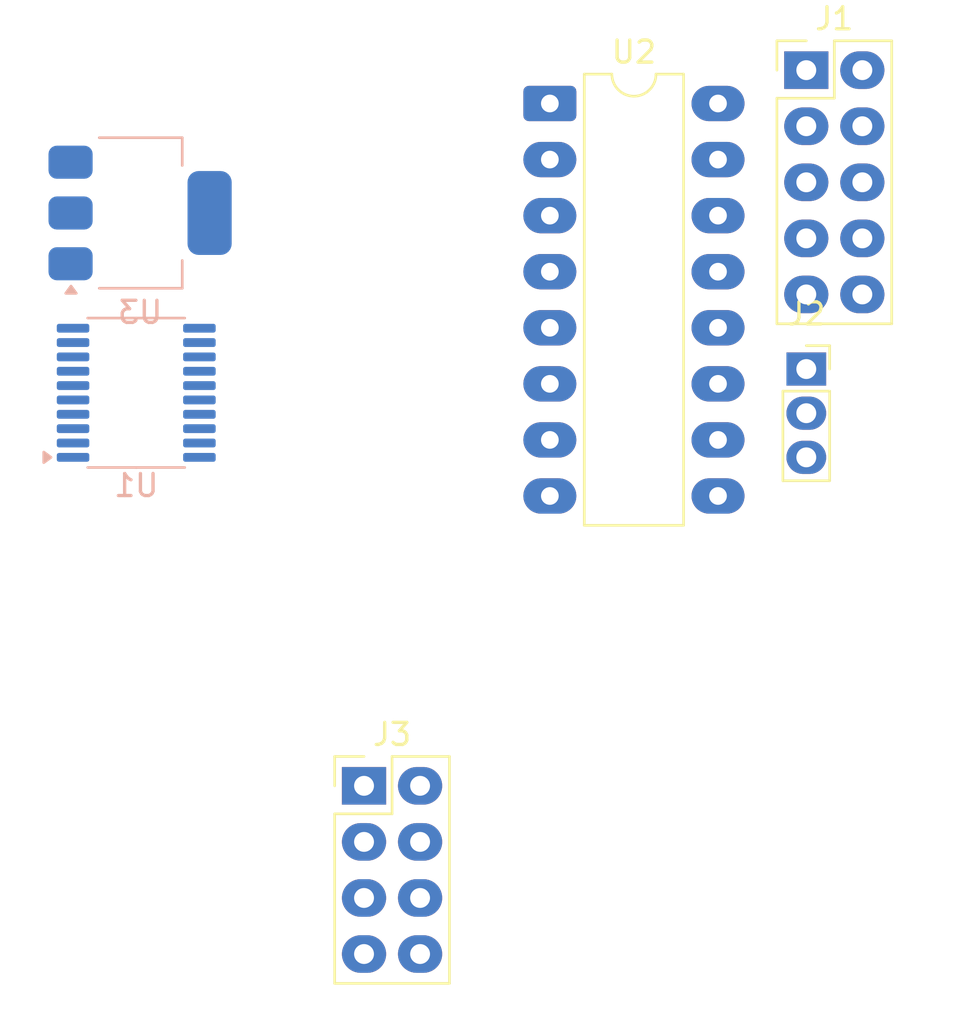
<source format=kicad_pcb>
(kicad_pcb (version 20241229) (generator "pcbnew") (generator_version "9.0")
  (layers (0 "F.Cu" signal) (2 "B.Cu" signal) (13 "F.Paste" user) (15 "B.Paste" user) (5 "F.SilkS" user "F.Silkscreen") (7 "B.SilkS" user "B.Silkscreen") (1 "F.Mask" user) (3 "B.Mask" user) (25 "Edge.Cuts" user))
  (net 0 "")
  (footprint "main:PinSocket_1x03_P2.00mm_Vertical" (layer "F.Cu") (at 172.5 78.5)
    (property "Reference" "J2" (at 0 -2.5 0) (layer "F.SilkS"))
    (property "Value" "Conn_01x03_Pin")
    (fp_line (start -1.06 1) (end -1.06 5.06) (stroke (width 0.12)) (layer "F.SilkS"))
    (fp_line (start -1.06 1) (end 1.06 1) (stroke (width 0.12)) (layer "F.SilkS"))
    (fp_line (start -1.06 5.06) (end 1.06 5.06) (stroke (width 0.12)) (layer "F.SilkS"))
    (fp_line (start 0 -1.06) (end 1.06 -1.06) (stroke (width 0.12)) (layer "F.SilkS"))
    (fp_line (start 1.06 -1.06) (end 1.06 0) (stroke (width 0.12)) (layer "F.SilkS"))
    (fp_line (start 1.06 1) (end 1.06 5.06) (stroke (width 0.12)) (layer "F.SilkS"))
    (pad "1" thru_hole rect (at 0 0) (size 1.8 1.5) (drill 0.9) (layers "*.Cu" "*.Mask"))
    (pad "2" thru_hole oval (at 0 2) (size 1.8 1.5) (drill 0.9) (layers "*.Cu" "*.Mask"))
    (pad "3" thru_hole oval (at 0 4) (size 1.8 1.5) (drill 0.9) (layers "*.Cu" "*.Mask"))
  )
  (footprint "main:PinHeader_2x04_P2.54mm_Vertical" (layer "F.Cu") (at 152.46 97.38)
    (property "Reference" "J3" (at 1.27 -2.33 0) (layer "F.SilkS"))
    (property "Value" "Conn_01x08_Pin")
    (fp_line (start -1.33 -1.33) (end 0 -1.33) (stroke (width 0.12)) (layer "F.SilkS"))
    (fp_line (start -1.33 0) (end -1.33 -1.33) (stroke (width 0.12)) (layer "F.SilkS"))
    (fp_line (start -1.33 1.27) (end -1.33 8.95) (stroke (width 0.12)) (layer "F.SilkS"))
    (fp_line (start -1.33 1.27) (end 1.27 1.27) (stroke (width 0.12)) (layer "F.SilkS"))
    (fp_line (start -1.33 8.95) (end 3.87 8.95) (stroke (width 0.12)) (layer "F.SilkS"))
    (fp_line (start 1.27 -1.33) (end 3.87 -1.33) (stroke (width 0.12)) (layer "F.SilkS"))
    (fp_line (start 1.27 1.27) (end 1.27 -1.33) (stroke (width 0.12)) (layer "F.SilkS"))
    (fp_line (start 3.87 -1.33) (end 3.87 8.95) (stroke (width 0.12)) (layer "F.SilkS"))
    (pad "1" thru_hole rect (at 0 0) (size 2 1.7) (drill 0.9) (layers "*.Cu" "*.Mask"))
    (pad "2" thru_hole oval (at 2.54 0) (size 2 1.7) (drill 0.9) (layers "*.Cu" "*.Mask"))
    (pad "3" thru_hole oval (at 0 2.54) (size 2 1.7) (drill 0.9) (layers "*.Cu" "*.Mask"))
    (pad "4" thru_hole oval (at 2.54 2.54) (size 2 1.7) (drill 0.9) (layers "*.Cu" "*.Mask"))
    (pad "5" thru_hole oval (at 0 5.08) (size 2 1.7) (drill 0.9) (layers "*.Cu" "*.Mask"))
    (pad "6" thru_hole oval (at 2.54 5.08) (size 2 1.7) (drill 0.9) (layers "*.Cu" "*.Mask"))
    (pad "7" thru_hole oval (at 0 7.62) (size 2 1.7) (drill 0.9) (layers "*.Cu" "*.Mask"))
    (pad "8" thru_hole oval (at 2.54 7.62) (size 2 1.7) (drill 0.9) (layers "*.Cu" "*.Mask"))
  )
  (footprint "Package_DIP:DIP-16_W7.62mm_LongPads" (layer "F.Cu") (at 160.88 66.47)
    (property "Reference" "U2" (at 3.81 -2.33 0) (layer "F.SilkS"))
    (property "Value" "74HC595")
    (fp_line (start 1.56 -1.33) (end 1.56 19.11) (stroke (width 0.12)) (layer "F.SilkS"))
    (fp_line (start 1.56 19.11) (end 6.06 19.11) (stroke (width 0.12)) (layer "F.SilkS"))
    (fp_line (start 2.81 -1.33) (end 1.56 -1.33) (stroke (width 0.12)) (layer "F.SilkS"))
    (fp_line (start 6.06 -1.33) (end 4.81 -1.33) (stroke (width 0.12)) (layer "F.SilkS"))
    (fp_line (start 6.06 19.11) (end 6.06 -1.33) (stroke (width 0.12)) (layer "F.SilkS"))
    (fp_arc (start 4.81 -1.33) (mid 3.81 -0.33) (end 2.81 -1.33) (stroke (width 0.12)) (layer "F.SilkS"))
    (pad "1" thru_hole roundrect (at 0 0) (size 2.4 1.6) (drill 0.8) (layers "*.Cu" "*.Mask") (roundrect_rratio 0.15625))
    (pad "2" thru_hole oval (at 0 2.54) (size 2.4 1.6) (drill 0.8) (layers "*.Cu" "*.Mask"))
    (pad "3" thru_hole oval (at 0 5.08) (size 2.4 1.6) (drill 0.8) (layers "*.Cu" "*.Mask"))
    (pad "4" thru_hole oval (at 0 7.62) (size 2.4 1.6) (drill 0.8) (layers "*.Cu" "*.Mask"))
    (pad "5" thru_hole oval (at 0 10.16) (size 2.4 1.6) (drill 0.8) (layers "*.Cu" "*.Mask"))
    (pad "6" thru_hole oval (at 0 12.7) (size 2.4 1.6) (drill 0.8) (layers "*.Cu" "*.Mask"))
    (pad "7" thru_hole oval (at 0 15.24) (size 2.4 1.6) (drill 0.8) (layers "*.Cu" "*.Mask"))
    (pad "8" thru_hole oval (at 0 17.78) (size 2.4 1.6) (drill 0.8) (layers "*.Cu" "*.Mask"))
    (pad "9" thru_hole oval (at 7.62 17.78) (size 2.4 1.6) (drill 0.8) (layers "*.Cu" "*.Mask"))
    (pad "10" thru_hole oval (at 7.62 15.24) (size 2.4 1.6) (drill 0.8) (layers "*.Cu" "*.Mask"))
    (pad "11" thru_hole oval (at 7.62 12.7) (size 2.4 1.6) (drill 0.8) (layers "*.Cu" "*.Mask"))
    (pad "12" thru_hole oval (at 7.62 10.16) (size 2.4 1.6) (drill 0.8) (layers "*.Cu" "*.Mask"))
    (pad "13" thru_hole oval (at 7.62 7.62) (size 2.4 1.6) (drill 0.8) (layers "*.Cu" "*.Mask"))
    (pad "14" thru_hole oval (at 7.62 5.08) (size 2.4 1.6) (drill 0.8) (layers "*.Cu" "*.Mask"))
    (pad "15" thru_hole oval (at 7.62 2.54) (size 2.4 1.6) (drill 0.8) (layers "*.Cu" "*.Mask"))
    (pad "16" thru_hole oval (at 7.62 0) (size 2.4 1.6) (drill 0.8) (layers "*.Cu" "*.Mask"))
  )
  (footprint "main:PinHeader_2x05_P2.54mm_Vertical" (layer "F.Cu") (at 172.5 64.96)
    (property "Reference" "J1" (at 1.27 -2.33 0) (layer "F.SilkS"))
    (property "Value" "Conn_01x10_Pin")
    (fp_line (start -1.33 -1.33) (end 0 -1.33) (stroke (width 0.12)) (layer "F.SilkS"))
    (fp_line (start -1.33 0) (end -1.33 -1.33) (stroke (width 0.12)) (layer "F.SilkS"))
    (fp_line (start -1.33 1.27) (end -1.33 11.49) (stroke (width 0.12)) (layer "F.SilkS"))
    (fp_line (start -1.33 1.27) (end 1.27 1.27) (stroke (width 0.12)) (layer "F.SilkS"))
    (fp_line (start -1.33 11.49) (end 3.87 11.49) (stroke (width 0.12)) (layer "F.SilkS"))
    (fp_line (start 1.27 -1.33) (end 3.87 -1.33) (stroke (width 0.12)) (layer "F.SilkS"))
    (fp_line (start 1.27 1.27) (end 1.27 -1.33) (stroke (width 0.12)) (layer "F.SilkS"))
    (fp_line (start 3.87 -1.33) (end 3.87 11.49) (stroke (width 0.12)) (layer "F.SilkS"))
    (pad "1" thru_hole rect (at 0 0) (size 2 1.7) (drill 0.9) (layers "*.Cu" "*.Mask"))
    (pad "2" thru_hole oval (at 2.54 0) (size 2 1.7) (drill 0.9) (layers "*.Cu" "*.Mask"))
    (pad "3" thru_hole oval (at 0 2.54) (size 2 1.7) (drill 0.9) (layers "*.Cu" "*.Mask"))
    (pad "4" thru_hole oval (at 2.54 2.54) (size 2 1.7) (drill 0.9) (layers "*.Cu" "*.Mask"))
    (pad "5" thru_hole oval (at 0 5.08) (size 2 1.7) (drill 0.9) (layers "*.Cu" "*.Mask"))
    (pad "6" thru_hole oval (at 2.54 5.08) (size 2 1.7) (drill 0.9) (layers "*.Cu" "*.Mask"))
    (pad "7" thru_hole oval (at 0 7.62) (size 2 1.7) (drill 0.9) (layers "*.Cu" "*.Mask"))
    (pad "8" thru_hole oval (at 2.54 7.62) (size 2 1.7) (drill 0.9) (layers "*.Cu" "*.Mask"))
    (pad "9" thru_hole oval (at 0 10.16) (size 2 1.7) (drill 0.9) (layers "*.Cu" "*.Mask"))
    (pad "10" thru_hole oval (at 2.54 10.16) (size 2 1.7) (drill 0.9) (layers "*.Cu" "*.Mask"))
  )
  (footprint "Package_TO_SOT_SMD:SOT-223-3_TabPin2" (layer "B.Cu") (at 142.3125 71.43)
    (property "Reference" "U3" (at 0 4.5 180) (layer "B.SilkS") (effects (justify mirror)))
    (property "Value" "AMS1117-3.3")
    (fp_line (start -1.85 -3.41) (end 1.91 -3.41) (stroke (width 0.12)) (layer "B.SilkS"))
    (fp_line (start -1.85 3.41) (end 1.91 3.41) (stroke (width 0.12)) (layer "B.SilkS"))
    (fp_line (start 1.91 -3.41) (end 1.91 -2.15) (stroke (width 0.12)) (layer "B.SilkS"))
    (fp_line (start 1.91 3.41) (end 1.91 2.15) (stroke (width 0.12)) (layer "B.SilkS"))
    (fp_poly (pts (xy -3.13 3.31) (xy -3.37 3.64) (xy -2.89 3.64) (xy -3.13 3.31)) (stroke (width 0.12)) (fill yes) (layer "B.SilkS"))
    (pad "1" smd roundrect (at -3.15 2.3) (size 2 1.5) (layers "B.Cu" "B.Mask" "B.Paste"))
    (pad "2" smd roundrect (at -3.15 0) (size 2 1.5) (layers "B.Cu" "B.Mask" "B.Paste"))
    (pad "2" smd roundrect (at 3.15 0) (size 2 3.8) (layers "B.Cu" "B.Mask" "B.Paste"))
    (pad "3" smd roundrect (at -3.15 -2.3) (size 2 1.5) (layers "B.Cu" "B.Mask" "B.Paste"))
  )
  (footprint "Package_SO:TSSOP-20_4.4x6.5mm_P0.65mm" (layer "B.Cu") (at 142.1375 79.575)
    (property "Reference" "U1" (at 0 4.2 180) (layer "B.SilkS") (effects (justify mirror)))
    (property "Value" "STM32F030F4Px")
    (fp_line (start 0 -3.385) (end -2.2 -3.385) (stroke (width 0.12)) (layer "B.SilkS"))
    (fp_line (start 0 -3.385) (end 2.2 -3.385) (stroke (width 0.12)) (layer "B.SilkS"))
    (fp_line (start 0 3.385) (end -2.2 3.385) (stroke (width 0.12)) (layer "B.SilkS"))
    (fp_line (start 0 3.385) (end 2.2 3.385) (stroke (width 0.12)) (layer "B.SilkS"))
    (fp_poly (pts (xy -3.86 2.925) (xy -4.19 3.165) (xy -4.19 2.685) (xy -3.86 2.925)) (stroke (width 0.12)) (fill yes) (layer "B.SilkS"))
    (pad "1" smd roundrect (at -2.8625 2.925) (size 1.475 0.4) (layers "B.Cu" "B.Mask" "B.Paste"))
    (pad "2" smd roundrect (at -2.8625 2.275) (size 1.475 0.4) (layers "B.Cu" "B.Mask" "B.Paste"))
    (pad "3" smd roundrect (at -2.8625 1.625) (size 1.475 0.4) (layers "B.Cu" "B.Mask" "B.Paste"))
    (pad "4" smd roundrect (at -2.8625 0.975) (size 1.475 0.4) (layers "B.Cu" "B.Mask" "B.Paste"))
    (pad "5" smd roundrect (at -2.8625 0.325) (size 1.475 0.4) (layers "B.Cu" "B.Mask" "B.Paste"))
    (pad "6" smd roundrect (at -2.8625 -0.325) (size 1.475 0.4) (layers "B.Cu" "B.Mask" "B.Paste"))
    (pad "7" smd roundrect (at -2.8625 -0.975) (size 1.475 0.4) (layers "B.Cu" "B.Mask" "B.Paste"))
    (pad "8" smd roundrect (at -2.8625 -1.625) (size 1.475 0.4) (layers "B.Cu" "B.Mask" "B.Paste"))
    (pad "9" smd roundrect (at -2.8625 -2.275) (size 1.475 0.4) (layers "B.Cu" "B.Mask" "B.Paste"))
    (pad "10" smd roundrect (at -2.8625 -2.925) (size 1.475 0.4) (layers "B.Cu" "B.Mask" "B.Paste"))
    (pad "11" smd roundrect (at 2.8625 -2.925) (size 1.475 0.4) (layers "B.Cu" "B.Mask" "B.Paste"))
    (pad "12" smd roundrect (at 2.8625 -2.275) (size 1.475 0.4) (layers "B.Cu" "B.Mask" "B.Paste"))
    (pad "13" smd roundrect (at 2.8625 -1.625) (size 1.475 0.4) (layers "B.Cu" "B.Mask" "B.Paste"))
    (pad "14" smd roundrect (at 2.8625 -0.975) (size 1.475 0.4) (layers "B.Cu" "B.Mask" "B.Paste"))
    (pad "15" smd roundrect (at 2.8625 -0.325) (size 1.475 0.4) (layers "B.Cu" "B.Mask" "B.Paste"))
    (pad "16" smd roundrect (at 2.8625 0.325) (size 1.475 0.4) (layers "B.Cu" "B.Mask" "B.Paste"))
    (pad "17" smd roundrect (at 2.8625 0.975) (size 1.475 0.4) (layers "B.Cu" "B.Mask" "B.Paste"))
    (pad "18" smd roundrect (at 2.8625 1.625) (size 1.475 0.4) (layers "B.Cu" "B.Mask" "B.Paste"))
    (pad "19" smd roundrect (at 2.8625 2.275) (size 1.475 0.4) (layers "B.Cu" "B.Mask" "B.Paste"))
    (pad "20" smd roundrect (at 2.8625 2.925) (size 1.475 0.4) (layers "B.Cu" "B.Mask" "B.Paste"))
  )
)
</source>
